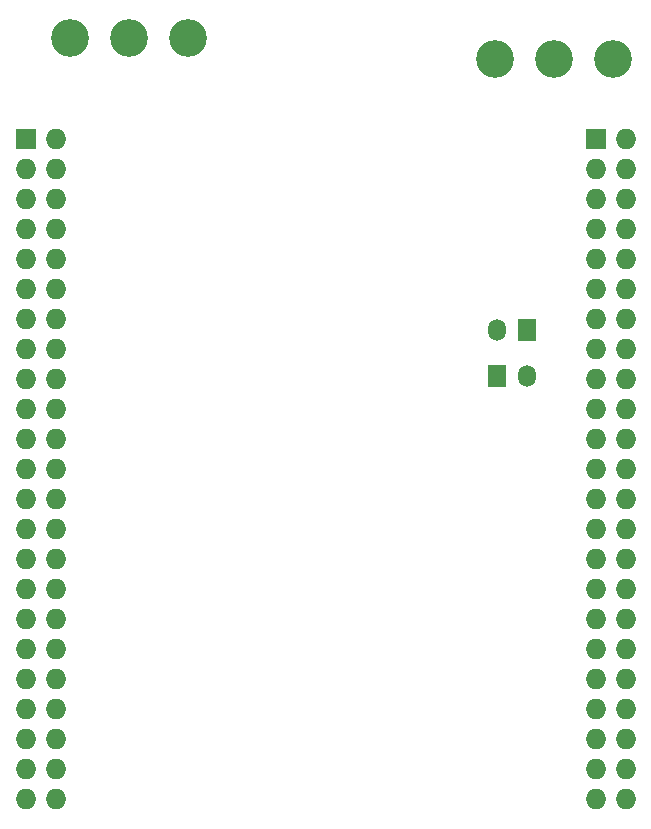
<source format=gbr>
%TF.GenerationSoftware,KiCad,Pcbnew,5.99.0-unknown-b63c482347~127~ubuntu20.04.1*%
%TF.CreationDate,2021-04-29T12:02:14+02:00*%
%TF.ProjectId,bbb-lcd-rgb-display-cape,6262622d-6c63-4642-9d72-67622d646973,V1.0*%
%TF.SameCoordinates,Original*%
%TF.FileFunction,Soldermask,Bot*%
%TF.FilePolarity,Negative*%
%FSLAX46Y46*%
G04 Gerber Fmt 4.6, Leading zero omitted, Abs format (unit mm)*
G04 Created by KiCad (PCBNEW 5.99.0-unknown-b63c482347~127~ubuntu20.04.1) date 2021-04-29 12:02:14*
%MOMM*%
%LPD*%
G01*
G04 APERTURE LIST*
%ADD10R,1.727200X1.727200*%
%ADD11O,1.727200X1.727200*%
%ADD12R,1.524000X1.850000*%
%ADD13O,1.524000X1.850000*%
%ADD14C,3.200000*%
G04 APERTURE END LIST*
D10*
%TO.C,P8*%
X164630100Y-62382400D03*
D11*
X167170100Y-62382400D03*
X164630100Y-64922400D03*
X167170100Y-64922400D03*
X164630100Y-67462400D03*
X167170100Y-67462400D03*
X164630100Y-70002400D03*
X167170100Y-70002400D03*
X164630100Y-72542400D03*
X167170100Y-72542400D03*
X164630100Y-75082400D03*
X167170100Y-75082400D03*
X164630100Y-77622400D03*
X167170100Y-77622400D03*
X164630100Y-80162400D03*
X167170100Y-80162400D03*
X164630100Y-82702400D03*
X167170100Y-82702400D03*
X164630100Y-85242400D03*
X167170100Y-85242400D03*
X164630100Y-87782400D03*
X167170100Y-87782400D03*
X164630100Y-90322400D03*
X167170100Y-90322400D03*
X164630100Y-92862400D03*
X167170100Y-92862400D03*
X164630100Y-95402400D03*
X167170100Y-95402400D03*
X164630100Y-97942400D03*
X167170100Y-97942400D03*
X164630100Y-100482400D03*
X167170100Y-100482400D03*
X164630100Y-103022400D03*
X167170100Y-103022400D03*
X164630100Y-105562400D03*
X167170100Y-105562400D03*
X164630100Y-108102400D03*
X167170100Y-108102400D03*
X164630100Y-110642400D03*
X167170100Y-110642400D03*
X164630100Y-113182400D03*
X167170100Y-113182400D03*
X164630100Y-115722400D03*
X167170100Y-115722400D03*
X164630100Y-118262400D03*
X167170100Y-118262400D03*
%TD*%
D10*
%TO.C,P9*%
X116370100Y-62382400D03*
D11*
X118910100Y-62382400D03*
X116370100Y-64922400D03*
X118910100Y-64922400D03*
X116370100Y-67462400D03*
X118910100Y-67462400D03*
X116370100Y-70002400D03*
X118910100Y-70002400D03*
X116370100Y-72542400D03*
X118910100Y-72542400D03*
X116370100Y-75082400D03*
X118910100Y-75082400D03*
X116370100Y-77622400D03*
X118910100Y-77622400D03*
X116370100Y-80162400D03*
X118910100Y-80162400D03*
X116370100Y-82702400D03*
X118910100Y-82702400D03*
X116370100Y-85242400D03*
X118910100Y-85242400D03*
X116370100Y-87782400D03*
X118910100Y-87782400D03*
X116370100Y-90322400D03*
X118910100Y-90322400D03*
X116370100Y-92862400D03*
X118910100Y-92862400D03*
X116370100Y-95402400D03*
X118910100Y-95402400D03*
X116370100Y-97942400D03*
X118910100Y-97942400D03*
X116370100Y-100482400D03*
X118910100Y-100482400D03*
X116370100Y-103022400D03*
X118910100Y-103022400D03*
X116370100Y-105562400D03*
X118910100Y-105562400D03*
X116370100Y-108102400D03*
X118910100Y-108102400D03*
X116370100Y-110642400D03*
X118910100Y-110642400D03*
X116370100Y-113182400D03*
X118910100Y-113182400D03*
X116370100Y-115722400D03*
X118910100Y-115722400D03*
X116370100Y-118262400D03*
X118910100Y-118262400D03*
%TD*%
D12*
%TO.C,P4*%
X156260100Y-82472400D03*
D13*
X158800100Y-82472400D03*
%TD*%
D14*
%TO.C,P2*%
X166120100Y-55602400D03*
X161120100Y-55602400D03*
X156120100Y-55602400D03*
%TD*%
%TO.C,P12*%
X130090100Y-53832400D03*
X125090100Y-53832400D03*
X120090100Y-53832400D03*
%TD*%
D12*
%TO.C,P3*%
X158800100Y-78592400D03*
D13*
X156260100Y-78592400D03*
%TD*%
M02*

</source>
